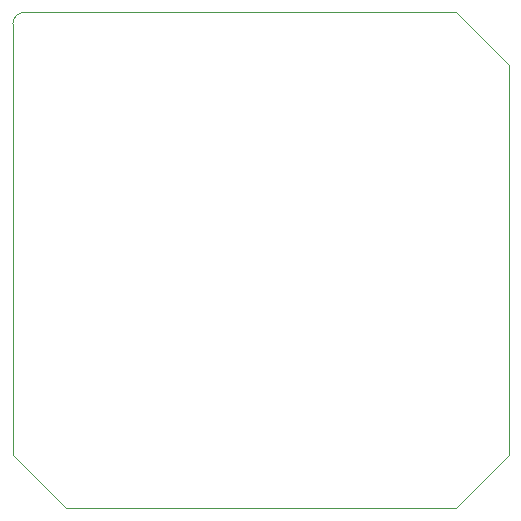
<source format=gm1>
%TF.GenerationSoftware,KiCad,Pcbnew,9.0.2*%
%TF.CreationDate,2026-01-19T19:13:51-08:00*%
%TF.ProjectId,OrreryMod,4f727265-7279-44d6-9f64-2e6b69636164,rev?*%
%TF.SameCoordinates,Original*%
%TF.FileFunction,Profile,NP*%
%FSLAX46Y46*%
G04 Gerber Fmt 4.6, Leading zero omitted, Abs format (unit mm)*
G04 Created by KiCad (PCBNEW 9.0.2) date 2026-01-19 19:13:51*
%MOMM*%
%LPD*%
G01*
G04 APERTURE LIST*
%TA.AperFunction,Profile*%
%ADD10C,0.050000*%
%TD*%
G04 APERTURE END LIST*
D10*
X75500000Y-77500000D02*
G75*
G02*
X76500000Y-76500000I1000000J0D01*
G01*
X117500000Y-114000000D02*
X113000000Y-118500000D01*
X117500000Y-81000000D02*
X113000000Y-76500000D01*
X80000000Y-118500000D02*
X75500000Y-114000000D01*
X113000000Y-118500000D02*
X80000000Y-118500000D01*
X117500000Y-82000000D02*
X117500000Y-81000000D01*
X75500000Y-114000000D02*
X75500000Y-77500000D01*
X76500000Y-76500000D02*
X81000000Y-76500000D01*
X81000000Y-76500000D02*
X112000000Y-76500000D01*
X117500000Y-82000000D02*
X117500000Y-113000000D01*
X113000000Y-76500000D02*
X112000000Y-76500000D01*
X117500000Y-113000000D02*
X117500000Y-114000000D01*
M02*

</source>
